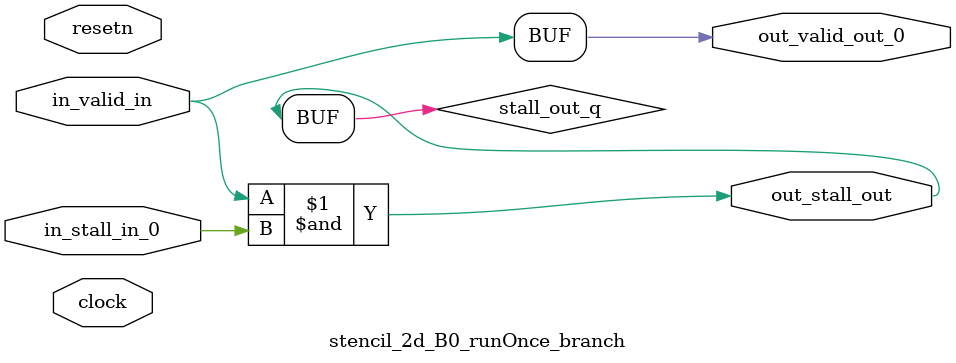
<source format=sv>



(* altera_attribute = "-name AUTO_SHIFT_REGISTER_RECOGNITION OFF; -name MESSAGE_DISABLE 10036; -name MESSAGE_DISABLE 10037; -name MESSAGE_DISABLE 14130; -name MESSAGE_DISABLE 14320; -name MESSAGE_DISABLE 15400; -name MESSAGE_DISABLE 14130; -name MESSAGE_DISABLE 10036; -name MESSAGE_DISABLE 12020; -name MESSAGE_DISABLE 12030; -name MESSAGE_DISABLE 12010; -name MESSAGE_DISABLE 12110; -name MESSAGE_DISABLE 14320; -name MESSAGE_DISABLE 13410; -name MESSAGE_DISABLE 113007; -name MESSAGE_DISABLE 10958" *)
module stencil_2d_B0_runOnce_branch (
    input wire [0:0] in_stall_in_0,
    input wire [0:0] in_valid_in,
    output wire [0:0] out_stall_out,
    output wire [0:0] out_valid_out_0,
    input wire clock,
    input wire resetn
    );

    wire [0:0] stall_out_q;
    reg [0:0] rst_sync_rst_sclrn;


    // stall_out(LOGICAL,6)
    assign stall_out_q = in_valid_in & in_stall_in_0;

    // out_stall_out(GPOUT,4)
    assign out_stall_out = stall_out_q;

    // out_valid_out_0(GPOUT,5)
    assign out_valid_out_0 = in_valid_in;

    // rst_sync(RESETSYNC,7)
    acl_reset_handler #(
        .ASYNC_RESET(0),
        .USE_SYNCHRONIZER(1),
        .PULSE_EXTENSION(0),
        .PIPE_DEPTH(3),
        .DUPLICATE(1)
    ) therst_sync (
        .clk(clock),
        .i_resetn(resetn),
        .o_sclrn(rst_sync_rst_sclrn)
    );

endmodule

</source>
